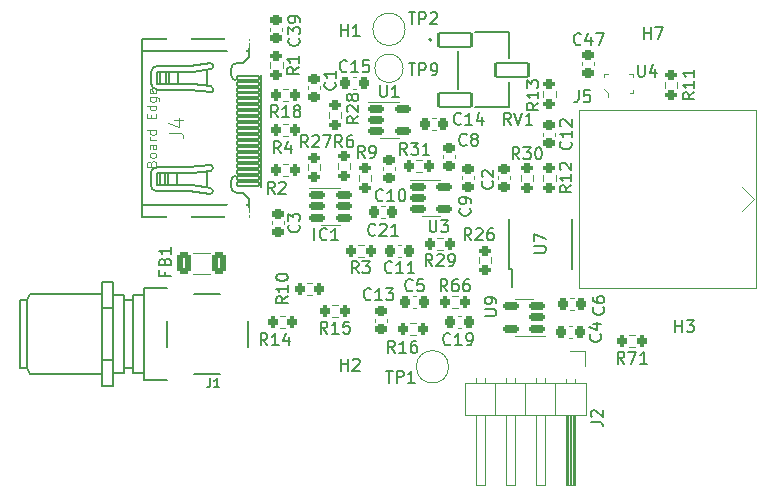
<source format=gbr>
%TF.GenerationSoftware,KiCad,Pcbnew,(6.0.11)*%
%TF.CreationDate,2024-01-26T14:49:32-06:00*%
%TF.ProjectId,voltage_sense,766f6c74-6167-4655-9f73-656e73652e6b,rev?*%
%TF.SameCoordinates,Original*%
%TF.FileFunction,Legend,Top*%
%TF.FilePolarity,Positive*%
%FSLAX46Y46*%
G04 Gerber Fmt 4.6, Leading zero omitted, Abs format (unit mm)*
G04 Created by KiCad (PCBNEW (6.0.11)) date 2024-01-26 14:49:32*
%MOMM*%
%LPD*%
G01*
G04 APERTURE LIST*
G04 Aperture macros list*
%AMRoundRect*
0 Rectangle with rounded corners*
0 $1 Rounding radius*
0 $2 $3 $4 $5 $6 $7 $8 $9 X,Y pos of 4 corners*
0 Add a 4 corners polygon primitive as box body*
4,1,4,$2,$3,$4,$5,$6,$7,$8,$9,$2,$3,0*
0 Add four circle primitives for the rounded corners*
1,1,$1+$1,$2,$3*
1,1,$1+$1,$4,$5*
1,1,$1+$1,$6,$7*
1,1,$1+$1,$8,$9*
0 Add four rect primitives between the rounded corners*
20,1,$1+$1,$2,$3,$4,$5,0*
20,1,$1+$1,$4,$5,$6,$7,0*
20,1,$1+$1,$6,$7,$8,$9,0*
20,1,$1+$1,$8,$9,$2,$3,0*%
G04 Aperture macros list end*
%ADD10C,0.150000*%
%ADD11C,0.096520*%
%ADD12C,0.100000*%
%ADD13C,0.146710*%
%ADD14C,0.152400*%
%ADD15C,0.120000*%
%ADD16C,0.127000*%
%ADD17C,0.200000*%
%ADD18C,0.203200*%
%ADD19R,0.558800X1.981200*%
%ADD20RoundRect,0.150000X-0.512500X-0.150000X0.512500X-0.150000X0.512500X0.150000X-0.512500X0.150000X0*%
%ADD21RoundRect,0.200000X0.200000X0.275000X-0.200000X0.275000X-0.200000X-0.275000X0.200000X-0.275000X0*%
%ADD22R,1.700000X1.700000*%
%ADD23O,1.700000X1.700000*%
%ADD24RoundRect,0.200000X0.275000X-0.200000X0.275000X0.200000X-0.275000X0.200000X-0.275000X-0.200000X0*%
%ADD25RoundRect,0.225000X-0.225000X-0.250000X0.225000X-0.250000X0.225000X0.250000X-0.225000X0.250000X0*%
%ADD26RoundRect,0.150000X0.512500X0.150000X-0.512500X0.150000X-0.512500X-0.150000X0.512500X-0.150000X0*%
%ADD27RoundRect,0.225000X-0.250000X0.225000X-0.250000X-0.225000X0.250000X-0.225000X0.250000X0.225000X0*%
%ADD28C,2.020000*%
%ADD29RoundRect,0.200000X-0.200000X-0.275000X0.200000X-0.275000X0.200000X0.275000X-0.200000X0.275000X0*%
%ADD30R,0.420000X0.600000*%
%ADD31RoundRect,0.200000X-0.275000X0.200000X-0.275000X-0.200000X0.275000X-0.200000X0.275000X0.200000X0*%
%ADD32RoundRect,0.225000X0.225000X0.250000X-0.225000X0.250000X-0.225000X-0.250000X0.225000X-0.250000X0*%
%ADD33C,2.000000*%
%ADD34C,2.200000*%
%ADD35O,2.500000X1.600000*%
%ADD36O,7.000000X3.500000*%
%ADD37RoundRect,0.101600X-0.950000X0.150000X-0.950000X-0.150000X0.950000X-0.150000X0.950000X0.150000X0*%
%ADD38RoundRect,0.100000X-0.950000X0.150000X-0.950000X-0.150000X0.950000X-0.150000X0.950000X0.150000X0*%
%ADD39C,2.153200*%
%ADD40C,4.400000*%
%ADD41RoundRect,0.250000X-0.325000X-0.650000X0.325000X-0.650000X0.325000X0.650000X-0.325000X0.650000X0*%
%ADD42RoundRect,0.102000X-1.395000X-0.595000X1.395000X-0.595000X1.395000X0.595000X-1.395000X0.595000X0*%
%ADD43RoundRect,0.225000X0.250000X-0.225000X0.250000X0.225000X-0.250000X0.225000X-0.250000X-0.225000X0*%
%ADD44C,2.108200*%
%ADD45C,2.870200*%
G04 APERTURE END LIST*
D10*
%TO.C,U7*%
X32485080Y12776295D02*
X33294604Y12776295D01*
X33389842Y12823914D01*
X33437461Y12871533D01*
X33485080Y12966771D01*
X33485080Y13157247D01*
X33437461Y13252485D01*
X33389842Y13300104D01*
X33294604Y13347723D01*
X32485080Y13347723D01*
X32485080Y13728676D02*
X32485080Y14395342D01*
X33485080Y13966771D01*
%TO.C,U3*%
X23625795Y15532919D02*
X23625795Y14723395D01*
X23673414Y14628157D01*
X23721033Y14580538D01*
X23816271Y14532919D01*
X24006747Y14532919D01*
X24101985Y14580538D01*
X24149604Y14628157D01*
X24197223Y14723395D01*
X24197223Y15532919D01*
X24578176Y15532919D02*
X25197223Y15532919D01*
X24863890Y15151966D01*
X25006747Y15151966D01*
X25101985Y15104347D01*
X25149604Y15056728D01*
X25197223Y14961490D01*
X25197223Y14723395D01*
X25149604Y14628157D01*
X25101985Y14580538D01*
X25006747Y14532919D01*
X24721033Y14532919D01*
X24625795Y14580538D01*
X24578176Y14628157D01*
%TO.C,R10*%
X11628380Y9072642D02*
X11152190Y8739309D01*
X11628380Y8501214D02*
X10628380Y8501214D01*
X10628380Y8882166D01*
X10676000Y8977404D01*
X10723619Y9025023D01*
X10818857Y9072642D01*
X10961714Y9072642D01*
X11056952Y9025023D01*
X11104571Y8977404D01*
X11152190Y8882166D01*
X11152190Y8501214D01*
X11628380Y10025023D02*
X11628380Y9453595D01*
X11628380Y9739309D02*
X10628380Y9739309D01*
X10771238Y9644071D01*
X10866476Y9548833D01*
X10914095Y9453595D01*
X10628380Y10644071D02*
X10628380Y10739309D01*
X10676000Y10834547D01*
X10723619Y10882166D01*
X10818857Y10929785D01*
X11009333Y10977404D01*
X11247428Y10977404D01*
X11437904Y10929785D01*
X11533142Y10882166D01*
X11580761Y10834547D01*
X11628380Y10739309D01*
X11628380Y10644071D01*
X11580761Y10548833D01*
X11533142Y10501214D01*
X11437904Y10453595D01*
X11247428Y10405976D01*
X11009333Y10405976D01*
X10818857Y10453595D01*
X10723619Y10501214D01*
X10676000Y10548833D01*
X10628380Y10644071D01*
%TO.C,J2*%
X37272380Y-1549833D02*
X37986666Y-1549833D01*
X38129523Y-1597452D01*
X38224761Y-1692690D01*
X38272380Y-1835547D01*
X38272380Y-1930785D01*
X37367619Y-1121261D02*
X37320000Y-1073642D01*
X37272380Y-978404D01*
X37272380Y-740309D01*
X37320000Y-645071D01*
X37367619Y-597452D01*
X37462857Y-549833D01*
X37558095Y-549833D01*
X37700952Y-597452D01*
X38272380Y-1168880D01*
X38272380Y-549833D01*
%TO.C,R13*%
X32837380Y25455642D02*
X32361190Y25122309D01*
X32837380Y24884214D02*
X31837380Y24884214D01*
X31837380Y25265166D01*
X31885000Y25360404D01*
X31932619Y25408023D01*
X32027857Y25455642D01*
X32170714Y25455642D01*
X32265952Y25408023D01*
X32313571Y25360404D01*
X32361190Y25265166D01*
X32361190Y24884214D01*
X32837380Y26408023D02*
X32837380Y25836595D01*
X32837380Y26122309D02*
X31837380Y26122309D01*
X31980238Y26027071D01*
X32075476Y25931833D01*
X32123095Y25836595D01*
X31837380Y26741357D02*
X31837380Y27360404D01*
X32218333Y27027071D01*
X32218333Y27169928D01*
X32265952Y27265166D01*
X32313571Y27312785D01*
X32408809Y27360404D01*
X32646904Y27360404D01*
X32742142Y27312785D01*
X32789761Y27265166D01*
X32837380Y27169928D01*
X32837380Y26884214D01*
X32789761Y26788976D01*
X32742142Y26741357D01*
%TO.C,C6*%
X38330142Y8151833D02*
X38377761Y8104214D01*
X38425380Y7961357D01*
X38425380Y7866119D01*
X38377761Y7723261D01*
X38282523Y7628023D01*
X38187285Y7580404D01*
X37996809Y7532785D01*
X37853952Y7532785D01*
X37663476Y7580404D01*
X37568238Y7628023D01*
X37473000Y7723261D01*
X37425380Y7866119D01*
X37425380Y7961357D01*
X37473000Y8104214D01*
X37520619Y8151833D01*
X37425380Y9008976D02*
X37425380Y8818500D01*
X37473000Y8723261D01*
X37520619Y8675642D01*
X37663476Y8580404D01*
X37853952Y8532785D01*
X38234904Y8532785D01*
X38330142Y8580404D01*
X38377761Y8628023D01*
X38425380Y8723261D01*
X38425380Y8913738D01*
X38377761Y9008976D01*
X38330142Y9056595D01*
X38234904Y9104214D01*
X37996809Y9104214D01*
X37901571Y9056595D01*
X37853952Y9008976D01*
X37806333Y8913738D01*
X37806333Y8723261D01*
X37853952Y8628023D01*
X37901571Y8580404D01*
X37996809Y8532785D01*
%TO.C,U9*%
X28281380Y7429595D02*
X29090904Y7429595D01*
X29186142Y7477214D01*
X29233761Y7524833D01*
X29281380Y7620071D01*
X29281380Y7810547D01*
X29233761Y7905785D01*
X29186142Y7953404D01*
X29090904Y8001023D01*
X28281380Y8001023D01*
X29281380Y8524833D02*
X29281380Y8715309D01*
X29233761Y8810547D01*
X29186142Y8858166D01*
X29043285Y8953404D01*
X28852809Y9001023D01*
X28471857Y9001023D01*
X28376619Y8953404D01*
X28329000Y8905785D01*
X28281380Y8810547D01*
X28281380Y8620071D01*
X28329000Y8524833D01*
X28376619Y8477214D01*
X28471857Y8429595D01*
X28709952Y8429595D01*
X28805190Y8477214D01*
X28852809Y8524833D01*
X28900428Y8620071D01*
X28900428Y8810547D01*
X28852809Y8905785D01*
X28805190Y8953404D01*
X28709952Y9001023D01*
%TO.C,C2*%
X28932142Y18819833D02*
X28979761Y18772214D01*
X29027380Y18629357D01*
X29027380Y18534119D01*
X28979761Y18391261D01*
X28884523Y18296023D01*
X28789285Y18248404D01*
X28598809Y18200785D01*
X28455952Y18200785D01*
X28265476Y18248404D01*
X28170238Y18296023D01*
X28075000Y18391261D01*
X28027380Y18534119D01*
X28027380Y18629357D01*
X28075000Y18772214D01*
X28122619Y18819833D01*
X28122619Y19200785D02*
X28075000Y19248404D01*
X28027380Y19343642D01*
X28027380Y19581738D01*
X28075000Y19676976D01*
X28122619Y19724595D01*
X28217857Y19772214D01*
X28313095Y19772214D01*
X28455952Y19724595D01*
X29027380Y19153166D01*
X29027380Y19772214D01*
%TO.C,TP1*%
X19947095Y2770119D02*
X20518523Y2770119D01*
X20232809Y1770119D02*
X20232809Y2770119D01*
X20851857Y1770119D02*
X20851857Y2770119D01*
X21232809Y2770119D01*
X21328047Y2722500D01*
X21375666Y2674880D01*
X21423285Y2579642D01*
X21423285Y2436785D01*
X21375666Y2341547D01*
X21328047Y2293928D01*
X21232809Y2246309D01*
X20851857Y2246309D01*
X22375666Y1770119D02*
X21804238Y1770119D01*
X22089952Y1770119D02*
X22089952Y2770119D01*
X21994714Y2627261D01*
X21899476Y2532023D01*
X21804238Y2484404D01*
%TO.C,R4*%
X11009333Y21201119D02*
X10676000Y21677309D01*
X10437904Y21201119D02*
X10437904Y22201119D01*
X10818857Y22201119D01*
X10914095Y22153500D01*
X10961714Y22105880D01*
X11009333Y22010642D01*
X11009333Y21867785D01*
X10961714Y21772547D01*
X10914095Y21724928D01*
X10818857Y21677309D01*
X10437904Y21677309D01*
X11866476Y21867785D02*
X11866476Y21201119D01*
X11628380Y22248738D02*
X11390285Y21534452D01*
X12009333Y21534452D01*
%TO.C,R6*%
X16216333Y21709119D02*
X15883000Y22185309D01*
X15644904Y21709119D02*
X15644904Y22709119D01*
X16025857Y22709119D01*
X16121095Y22661500D01*
X16168714Y22613880D01*
X16216333Y22518642D01*
X16216333Y22375785D01*
X16168714Y22280547D01*
X16121095Y22232928D01*
X16025857Y22185309D01*
X15644904Y22185309D01*
X17073476Y22709119D02*
X16883000Y22709119D01*
X16787761Y22661500D01*
X16740142Y22613880D01*
X16644904Y22471023D01*
X16597285Y22280547D01*
X16597285Y21899595D01*
X16644904Y21804357D01*
X16692523Y21756738D01*
X16787761Y21709119D01*
X16978238Y21709119D01*
X17073476Y21756738D01*
X17121095Y21804357D01*
X17168714Y21899595D01*
X17168714Y22137690D01*
X17121095Y22232928D01*
X17073476Y22280547D01*
X16978238Y22328166D01*
X16787761Y22328166D01*
X16692523Y22280547D01*
X16644904Y22232928D01*
X16597285Y22137690D01*
%TO.C,C39*%
X12549142Y30916642D02*
X12596761Y30869023D01*
X12644380Y30726166D01*
X12644380Y30630928D01*
X12596761Y30488071D01*
X12501523Y30392833D01*
X12406285Y30345214D01*
X12215809Y30297595D01*
X12072952Y30297595D01*
X11882476Y30345214D01*
X11787238Y30392833D01*
X11692000Y30488071D01*
X11644380Y30630928D01*
X11644380Y30726166D01*
X11692000Y30869023D01*
X11739619Y30916642D01*
X11644380Y31249976D02*
X11644380Y31869023D01*
X12025333Y31535690D01*
X12025333Y31678547D01*
X12072952Y31773785D01*
X12120571Y31821404D01*
X12215809Y31869023D01*
X12453904Y31869023D01*
X12549142Y31821404D01*
X12596761Y31773785D01*
X12644380Y31678547D01*
X12644380Y31392833D01*
X12596761Y31297595D01*
X12549142Y31249976D01*
X12644380Y32345214D02*
X12644380Y32535690D01*
X12596761Y32630928D01*
X12549142Y32678547D01*
X12406285Y32773785D01*
X12215809Y32821404D01*
X11834857Y32821404D01*
X11739619Y32773785D01*
X11692000Y32726166D01*
X11644380Y32630928D01*
X11644380Y32440452D01*
X11692000Y32345214D01*
X11739619Y32297595D01*
X11834857Y32249976D01*
X12072952Y32249976D01*
X12168190Y32297595D01*
X12215809Y32345214D01*
X12263428Y32440452D01*
X12263428Y32630928D01*
X12215809Y32726166D01*
X12168190Y32773785D01*
X12072952Y32821404D01*
%TO.C,C8*%
X26757333Y21931357D02*
X26709714Y21883738D01*
X26566857Y21836119D01*
X26471619Y21836119D01*
X26328761Y21883738D01*
X26233523Y21978976D01*
X26185904Y22074214D01*
X26138285Y22264690D01*
X26138285Y22407547D01*
X26185904Y22598023D01*
X26233523Y22693261D01*
X26328761Y22788500D01*
X26471619Y22836119D01*
X26566857Y22836119D01*
X26709714Y22788500D01*
X26757333Y22740880D01*
X27328761Y22407547D02*
X27233523Y22455166D01*
X27185904Y22502785D01*
X27138285Y22598023D01*
X27138285Y22645642D01*
X27185904Y22740880D01*
X27233523Y22788500D01*
X27328761Y22836119D01*
X27519238Y22836119D01*
X27614476Y22788500D01*
X27662095Y22740880D01*
X27709714Y22645642D01*
X27709714Y22598023D01*
X27662095Y22502785D01*
X27614476Y22455166D01*
X27519238Y22407547D01*
X27328761Y22407547D01*
X27233523Y22359928D01*
X27185904Y22312309D01*
X27138285Y22217071D01*
X27138285Y22026595D01*
X27185904Y21931357D01*
X27233523Y21883738D01*
X27328761Y21836119D01*
X27519238Y21836119D01*
X27614476Y21883738D01*
X27662095Y21931357D01*
X27709714Y22026595D01*
X27709714Y22217071D01*
X27662095Y22312309D01*
X27614476Y22359928D01*
X27519238Y22407547D01*
%TO.C,R66*%
X25138142Y9517119D02*
X24804809Y9993309D01*
X24566714Y9517119D02*
X24566714Y10517119D01*
X24947666Y10517119D01*
X25042904Y10469500D01*
X25090523Y10421880D01*
X25138142Y10326642D01*
X25138142Y10183785D01*
X25090523Y10088547D01*
X25042904Y10040928D01*
X24947666Y9993309D01*
X24566714Y9993309D01*
X25995285Y10517119D02*
X25804809Y10517119D01*
X25709571Y10469500D01*
X25661952Y10421880D01*
X25566714Y10279023D01*
X25519095Y10088547D01*
X25519095Y9707595D01*
X25566714Y9612357D01*
X25614333Y9564738D01*
X25709571Y9517119D01*
X25900047Y9517119D01*
X25995285Y9564738D01*
X26042904Y9612357D01*
X26090523Y9707595D01*
X26090523Y9945690D01*
X26042904Y10040928D01*
X25995285Y10088547D01*
X25900047Y10136166D01*
X25709571Y10136166D01*
X25614333Y10088547D01*
X25566714Y10040928D01*
X25519095Y9945690D01*
X26947666Y10517119D02*
X26757190Y10517119D01*
X26661952Y10469500D01*
X26614333Y10421880D01*
X26519095Y10279023D01*
X26471476Y10088547D01*
X26471476Y9707595D01*
X26519095Y9612357D01*
X26566714Y9564738D01*
X26661952Y9517119D01*
X26852428Y9517119D01*
X26947666Y9564738D01*
X26995285Y9612357D01*
X27042904Y9707595D01*
X27042904Y9945690D01*
X26995285Y10040928D01*
X26947666Y10088547D01*
X26852428Y10136166D01*
X26661952Y10136166D01*
X26566714Y10088547D01*
X26519095Y10040928D01*
X26471476Y9945690D01*
%TO.C,R71*%
X40124142Y3388119D02*
X39790809Y3864309D01*
X39552714Y3388119D02*
X39552714Y4388119D01*
X39933666Y4388119D01*
X40028904Y4340500D01*
X40076523Y4292880D01*
X40124142Y4197642D01*
X40124142Y4054785D01*
X40076523Y3959547D01*
X40028904Y3911928D01*
X39933666Y3864309D01*
X39552714Y3864309D01*
X40457476Y4388119D02*
X41124142Y4388119D01*
X40695571Y3388119D01*
X42028904Y3388119D02*
X41457476Y3388119D01*
X41743190Y3388119D02*
X41743190Y4388119D01*
X41647952Y4245261D01*
X41552714Y4150023D01*
X41457476Y4102404D01*
%TO.C,R28*%
X17597380Y24312642D02*
X17121190Y23979309D01*
X17597380Y23741214D02*
X16597380Y23741214D01*
X16597380Y24122166D01*
X16645000Y24217404D01*
X16692619Y24265023D01*
X16787857Y24312642D01*
X16930714Y24312642D01*
X17025952Y24265023D01*
X17073571Y24217404D01*
X17121190Y24122166D01*
X17121190Y23741214D01*
X16692619Y24693595D02*
X16645000Y24741214D01*
X16597380Y24836452D01*
X16597380Y25074547D01*
X16645000Y25169785D01*
X16692619Y25217404D01*
X16787857Y25265023D01*
X16883095Y25265023D01*
X17025952Y25217404D01*
X17597380Y24645976D01*
X17597380Y25265023D01*
X17025952Y25836452D02*
X16978333Y25741214D01*
X16930714Y25693595D01*
X16835476Y25645976D01*
X16787857Y25645976D01*
X16692619Y25693595D01*
X16645000Y25741214D01*
X16597380Y25836452D01*
X16597380Y26026928D01*
X16645000Y26122166D01*
X16692619Y26169785D01*
X16787857Y26217404D01*
X16835476Y26217404D01*
X16930714Y26169785D01*
X16978333Y26122166D01*
X17025952Y26026928D01*
X17025952Y25836452D01*
X17073571Y25741214D01*
X17121190Y25693595D01*
X17216428Y25645976D01*
X17406904Y25645976D01*
X17502142Y25693595D01*
X17549761Y25741214D01*
X17597380Y25836452D01*
X17597380Y26026928D01*
X17549761Y26122166D01*
X17502142Y26169785D01*
X17406904Y26217404D01*
X17216428Y26217404D01*
X17121190Y26169785D01*
X17073571Y26122166D01*
X17025952Y26026928D01*
%TO.C,R16*%
X20693142Y4310119D02*
X20359809Y4786309D01*
X20121714Y4310119D02*
X20121714Y5310119D01*
X20502666Y5310119D01*
X20597904Y5262500D01*
X20645523Y5214880D01*
X20693142Y5119642D01*
X20693142Y4976785D01*
X20645523Y4881547D01*
X20597904Y4833928D01*
X20502666Y4786309D01*
X20121714Y4786309D01*
X21645523Y4310119D02*
X21074095Y4310119D01*
X21359809Y4310119D02*
X21359809Y5310119D01*
X21264571Y5167261D01*
X21169333Y5072023D01*
X21074095Y5024404D01*
X22502666Y5310119D02*
X22312190Y5310119D01*
X22216952Y5262500D01*
X22169333Y5214880D01*
X22074095Y5072023D01*
X22026476Y4881547D01*
X22026476Y4500595D01*
X22074095Y4405357D01*
X22121714Y4357738D01*
X22216952Y4310119D01*
X22407428Y4310119D01*
X22502666Y4357738D01*
X22550285Y4405357D01*
X22597904Y4500595D01*
X22597904Y4738690D01*
X22550285Y4833928D01*
X22502666Y4881547D01*
X22407428Y4929166D01*
X22216952Y4929166D01*
X22121714Y4881547D01*
X22074095Y4833928D01*
X22026476Y4738690D01*
%TO.C,R15*%
X14978142Y5928119D02*
X14644809Y6404309D01*
X14406714Y5928119D02*
X14406714Y6928119D01*
X14787666Y6928119D01*
X14882904Y6880500D01*
X14930523Y6832880D01*
X14978142Y6737642D01*
X14978142Y6594785D01*
X14930523Y6499547D01*
X14882904Y6451928D01*
X14787666Y6404309D01*
X14406714Y6404309D01*
X15930523Y5928119D02*
X15359095Y5928119D01*
X15644809Y5928119D02*
X15644809Y6928119D01*
X15549571Y6785261D01*
X15454333Y6690023D01*
X15359095Y6642404D01*
X16835285Y6928119D02*
X16359095Y6928119D01*
X16311476Y6451928D01*
X16359095Y6499547D01*
X16454333Y6547166D01*
X16692428Y6547166D01*
X16787666Y6499547D01*
X16835285Y6451928D01*
X16882904Y6356690D01*
X16882904Y6118595D01*
X16835285Y6023357D01*
X16787666Y5975738D01*
X16692428Y5928119D01*
X16454333Y5928119D01*
X16359095Y5975738D01*
X16311476Y6023357D01*
%TO.C,U4*%
X41275095Y28678119D02*
X41275095Y27868595D01*
X41322714Y27773357D01*
X41370333Y27725738D01*
X41465571Y27678119D01*
X41656047Y27678119D01*
X41751285Y27725738D01*
X41798904Y27773357D01*
X41846523Y27868595D01*
X41846523Y28678119D01*
X42751285Y28344785D02*
X42751285Y27678119D01*
X42513190Y28725738D02*
X42275095Y28011452D01*
X42894142Y28011452D01*
%TO.C,IC1*%
X13882809Y13835119D02*
X13882809Y14835119D01*
X14930428Y13930357D02*
X14882809Y13882738D01*
X14739952Y13835119D01*
X14644714Y13835119D01*
X14501857Y13882738D01*
X14406619Y13977976D01*
X14359000Y14073214D01*
X14311380Y14263690D01*
X14311380Y14406547D01*
X14359000Y14597023D01*
X14406619Y14692261D01*
X14501857Y14787500D01*
X14644714Y14835119D01*
X14739952Y14835119D01*
X14882809Y14787500D01*
X14930428Y14739880D01*
X15882809Y13835119D02*
X15311380Y13835119D01*
X15597095Y13835119D02*
X15597095Y14835119D01*
X15501857Y14692261D01*
X15406619Y14597023D01*
X15311380Y14549404D01*
%TO.C,R27*%
X13327142Y21709119D02*
X12993809Y22185309D01*
X12755714Y21709119D02*
X12755714Y22709119D01*
X13136666Y22709119D01*
X13231904Y22661500D01*
X13279523Y22613880D01*
X13327142Y22518642D01*
X13327142Y22375785D01*
X13279523Y22280547D01*
X13231904Y22232928D01*
X13136666Y22185309D01*
X12755714Y22185309D01*
X13708095Y22613880D02*
X13755714Y22661500D01*
X13850952Y22709119D01*
X14089047Y22709119D01*
X14184285Y22661500D01*
X14231904Y22613880D01*
X14279523Y22518642D01*
X14279523Y22423404D01*
X14231904Y22280547D01*
X13660476Y21709119D01*
X14279523Y21709119D01*
X14612857Y22709119D02*
X15279523Y22709119D01*
X14850952Y21709119D01*
%TO.C,C11*%
X20439142Y11136357D02*
X20391523Y11088738D01*
X20248666Y11041119D01*
X20153428Y11041119D01*
X20010571Y11088738D01*
X19915333Y11183976D01*
X19867714Y11279214D01*
X19820095Y11469690D01*
X19820095Y11612547D01*
X19867714Y11803023D01*
X19915333Y11898261D01*
X20010571Y11993500D01*
X20153428Y12041119D01*
X20248666Y12041119D01*
X20391523Y11993500D01*
X20439142Y11945880D01*
X21391523Y11041119D02*
X20820095Y11041119D01*
X21105809Y11041119D02*
X21105809Y12041119D01*
X21010571Y11898261D01*
X20915333Y11803023D01*
X20820095Y11755404D01*
X22343904Y11041119D02*
X21772476Y11041119D01*
X22058190Y11041119D02*
X22058190Y12041119D01*
X21962952Y11898261D01*
X21867714Y11803023D01*
X21772476Y11755404D01*
%TO.C,R31*%
X21709142Y21074119D02*
X21375809Y21550309D01*
X21137714Y21074119D02*
X21137714Y22074119D01*
X21518666Y22074119D01*
X21613904Y22026500D01*
X21661523Y21978880D01*
X21709142Y21883642D01*
X21709142Y21740785D01*
X21661523Y21645547D01*
X21613904Y21597928D01*
X21518666Y21550309D01*
X21137714Y21550309D01*
X22042476Y22074119D02*
X22661523Y22074119D01*
X22328190Y21693166D01*
X22471047Y21693166D01*
X22566285Y21645547D01*
X22613904Y21597928D01*
X22661523Y21502690D01*
X22661523Y21264595D01*
X22613904Y21169357D01*
X22566285Y21121738D01*
X22471047Y21074119D01*
X22185333Y21074119D01*
X22090095Y21121738D01*
X22042476Y21169357D01*
X23613904Y21074119D02*
X23042476Y21074119D01*
X23328190Y21074119D02*
X23328190Y22074119D01*
X23232952Y21931261D01*
X23137714Y21836023D01*
X23042476Y21788404D01*
%TO.C,R3*%
X17613333Y11041119D02*
X17280000Y11517309D01*
X17041904Y11041119D02*
X17041904Y12041119D01*
X17422857Y12041119D01*
X17518095Y11993500D01*
X17565714Y11945880D01*
X17613333Y11850642D01*
X17613333Y11707785D01*
X17565714Y11612547D01*
X17518095Y11564928D01*
X17422857Y11517309D01*
X17041904Y11517309D01*
X17946666Y12041119D02*
X18565714Y12041119D01*
X18232380Y11660166D01*
X18375238Y11660166D01*
X18470476Y11612547D01*
X18518095Y11564928D01*
X18565714Y11469690D01*
X18565714Y11231595D01*
X18518095Y11136357D01*
X18470476Y11088738D01*
X18375238Y11041119D01*
X18089523Y11041119D01*
X17994285Y11088738D01*
X17946666Y11136357D01*
%TO.C,TP9*%
X21852095Y28805119D02*
X22423523Y28805119D01*
X22137809Y27805119D02*
X22137809Y28805119D01*
X22756857Y27805119D02*
X22756857Y28805119D01*
X23137809Y28805119D01*
X23233047Y28757500D01*
X23280666Y28709880D01*
X23328285Y28614642D01*
X23328285Y28471785D01*
X23280666Y28376547D01*
X23233047Y28328928D01*
X23137809Y28281309D01*
X22756857Y28281309D01*
X23804476Y27805119D02*
X23994952Y27805119D01*
X24090190Y27852738D01*
X24137809Y27900357D01*
X24233047Y28043214D01*
X24280666Y28233690D01*
X24280666Y28614642D01*
X24233047Y28709880D01*
X24185428Y28757500D01*
X24090190Y28805119D01*
X23899714Y28805119D01*
X23804476Y28757500D01*
X23756857Y28709880D01*
X23709238Y28614642D01*
X23709238Y28376547D01*
X23756857Y28281309D01*
X23804476Y28233690D01*
X23899714Y28186071D01*
X24090190Y28186071D01*
X24185428Y28233690D01*
X24233047Y28281309D01*
X24280666Y28376547D01*
%TO.C,H7*%
X41783095Y30853119D02*
X41783095Y31853119D01*
X41783095Y31376928D02*
X42354523Y31376928D01*
X42354523Y30853119D02*
X42354523Y31853119D01*
X42735476Y31853119D02*
X43402142Y31853119D01*
X42973571Y30853119D01*
%TO.C,R14*%
X9898142Y4945119D02*
X9564809Y5421309D01*
X9326714Y4945119D02*
X9326714Y5945119D01*
X9707666Y5945119D01*
X9802904Y5897500D01*
X9850523Y5849880D01*
X9898142Y5754642D01*
X9898142Y5611785D01*
X9850523Y5516547D01*
X9802904Y5468928D01*
X9707666Y5421309D01*
X9326714Y5421309D01*
X10850523Y4945119D02*
X10279095Y4945119D01*
X10564809Y4945119D02*
X10564809Y5945119D01*
X10469571Y5802261D01*
X10374333Y5707023D01*
X10279095Y5659404D01*
X11707666Y5611785D02*
X11707666Y4945119D01*
X11469571Y5992738D02*
X11231476Y5278452D01*
X11850523Y5278452D01*
%TO.C,R11*%
X46045380Y26344642D02*
X45569190Y26011309D01*
X46045380Y25773214D02*
X45045380Y25773214D01*
X45045380Y26154166D01*
X45093000Y26249404D01*
X45140619Y26297023D01*
X45235857Y26344642D01*
X45378714Y26344642D01*
X45473952Y26297023D01*
X45521571Y26249404D01*
X45569190Y26154166D01*
X45569190Y25773214D01*
X46045380Y27297023D02*
X46045380Y26725595D01*
X46045380Y27011309D02*
X45045380Y27011309D01*
X45188238Y26916071D01*
X45283476Y26820833D01*
X45331095Y26725595D01*
X46045380Y28249404D02*
X46045380Y27677976D01*
X46045380Y27963690D02*
X45045380Y27963690D01*
X45188238Y27868452D01*
X45283476Y27773214D01*
X45331095Y27677976D01*
%TO.C,R26*%
X27170142Y13835119D02*
X26836809Y14311309D01*
X26598714Y13835119D02*
X26598714Y14835119D01*
X26979666Y14835119D01*
X27074904Y14787500D01*
X27122523Y14739880D01*
X27170142Y14644642D01*
X27170142Y14501785D01*
X27122523Y14406547D01*
X27074904Y14358928D01*
X26979666Y14311309D01*
X26598714Y14311309D01*
X27551095Y14739880D02*
X27598714Y14787500D01*
X27693952Y14835119D01*
X27932047Y14835119D01*
X28027285Y14787500D01*
X28074904Y14739880D01*
X28122523Y14644642D01*
X28122523Y14549404D01*
X28074904Y14406547D01*
X27503476Y13835119D01*
X28122523Y13835119D01*
X28979666Y14835119D02*
X28789190Y14835119D01*
X28693952Y14787500D01*
X28646333Y14739880D01*
X28551095Y14597023D01*
X28503476Y14406547D01*
X28503476Y14025595D01*
X28551095Y13930357D01*
X28598714Y13882738D01*
X28693952Y13835119D01*
X28884428Y13835119D01*
X28979666Y13882738D01*
X29027285Y13930357D01*
X29074904Y14025595D01*
X29074904Y14263690D01*
X29027285Y14358928D01*
X28979666Y14406547D01*
X28884428Y14454166D01*
X28693952Y14454166D01*
X28598714Y14406547D01*
X28551095Y14358928D01*
X28503476Y14263690D01*
%TO.C,J5*%
X36242666Y26519119D02*
X36242666Y25804833D01*
X36195047Y25661976D01*
X36099809Y25566738D01*
X35956952Y25519119D01*
X35861714Y25519119D01*
X37195047Y26519119D02*
X36718857Y26519119D01*
X36671238Y26042928D01*
X36718857Y26090547D01*
X36814095Y26138166D01*
X37052190Y26138166D01*
X37147428Y26090547D01*
X37195047Y26042928D01*
X37242666Y25947690D01*
X37242666Y25709595D01*
X37195047Y25614357D01*
X37147428Y25566738D01*
X37052190Y25519119D01*
X36814095Y25519119D01*
X36718857Y25566738D01*
X36671238Y25614357D01*
D11*
%TO.C,J4*%
X1577297Y22933333D02*
X2439083Y22933333D01*
X2611440Y22875880D01*
X2726345Y22760976D01*
X2783797Y22588619D01*
X2783797Y22473714D01*
X1979464Y24024928D02*
X2783797Y24024928D01*
X1519845Y23737666D02*
X2381630Y23450404D01*
X2381630Y24197285D01*
D12*
X60857Y20325976D02*
X98952Y20440261D01*
X137047Y20478357D01*
X213238Y20516452D01*
X327523Y20516452D01*
X403714Y20478357D01*
X441809Y20440261D01*
X479904Y20364071D01*
X479904Y20059309D01*
X-320095Y20059309D01*
X-320095Y20325976D01*
X-282000Y20402166D01*
X-243904Y20440261D01*
X-167714Y20478357D01*
X-91523Y20478357D01*
X-15333Y20440261D01*
X22761Y20402166D01*
X60857Y20325976D01*
X60857Y20059309D01*
X479904Y20973595D02*
X441809Y20897404D01*
X403714Y20859309D01*
X327523Y20821214D01*
X98952Y20821214D01*
X22761Y20859309D01*
X-15333Y20897404D01*
X-53428Y20973595D01*
X-53428Y21087880D01*
X-15333Y21164071D01*
X22761Y21202166D01*
X98952Y21240261D01*
X327523Y21240261D01*
X403714Y21202166D01*
X441809Y21164071D01*
X479904Y21087880D01*
X479904Y20973595D01*
X479904Y21925976D02*
X60857Y21925976D01*
X-15333Y21887880D01*
X-53428Y21811690D01*
X-53428Y21659309D01*
X-15333Y21583119D01*
X441809Y21925976D02*
X479904Y21849785D01*
X479904Y21659309D01*
X441809Y21583119D01*
X365619Y21545023D01*
X289428Y21545023D01*
X213238Y21583119D01*
X175142Y21659309D01*
X175142Y21849785D01*
X137047Y21925976D01*
X479904Y22306928D02*
X-53428Y22306928D01*
X98952Y22306928D02*
X22761Y22345023D01*
X-15333Y22383119D01*
X-53428Y22459309D01*
X-53428Y22535500D01*
X479904Y23145023D02*
X-320095Y23145023D01*
X441809Y23145023D02*
X479904Y23068833D01*
X479904Y22916452D01*
X441809Y22840261D01*
X403714Y22802166D01*
X327523Y22764071D01*
X98952Y22764071D01*
X22761Y22802166D01*
X-15333Y22840261D01*
X-53428Y22916452D01*
X-53428Y23068833D01*
X-15333Y23145023D01*
X60857Y24135500D02*
X60857Y24402166D01*
X479904Y24516452D02*
X479904Y24135500D01*
X-320095Y24135500D01*
X-320095Y24516452D01*
X479904Y25202166D02*
X-320095Y25202166D01*
X441809Y25202166D02*
X479904Y25125976D01*
X479904Y24973595D01*
X441809Y24897404D01*
X403714Y24859309D01*
X327523Y24821214D01*
X98952Y24821214D01*
X22761Y24859309D01*
X-15333Y24897404D01*
X-53428Y24973595D01*
X-53428Y25125976D01*
X-15333Y25202166D01*
X-53428Y25925976D02*
X594190Y25925976D01*
X670380Y25887880D01*
X708476Y25849785D01*
X746571Y25773595D01*
X746571Y25659309D01*
X708476Y25583119D01*
X441809Y25925976D02*
X479904Y25849785D01*
X479904Y25697404D01*
X441809Y25621214D01*
X403714Y25583119D01*
X327523Y25545023D01*
X98952Y25545023D01*
X22761Y25583119D01*
X-15333Y25621214D01*
X-53428Y25697404D01*
X-53428Y25849785D01*
X-15333Y25925976D01*
X441809Y26611690D02*
X479904Y26535500D01*
X479904Y26383119D01*
X441809Y26306928D01*
X365619Y26268833D01*
X60857Y26268833D01*
X-15333Y26306928D01*
X-53428Y26383119D01*
X-53428Y26535500D01*
X-15333Y26611690D01*
X60857Y26649785D01*
X137047Y26649785D01*
X213238Y26268833D01*
D10*
%TO.C,R9*%
X18121333Y20820119D02*
X17788000Y21296309D01*
X17549904Y20820119D02*
X17549904Y21820119D01*
X17930857Y21820119D01*
X18026095Y21772500D01*
X18073714Y21724880D01*
X18121333Y21629642D01*
X18121333Y21486785D01*
X18073714Y21391547D01*
X18026095Y21343928D01*
X17930857Y21296309D01*
X17549904Y21296309D01*
X18597523Y20820119D02*
X18788000Y20820119D01*
X18883238Y20867738D01*
X18930857Y20915357D01*
X19026095Y21058214D01*
X19073714Y21248690D01*
X19073714Y21629642D01*
X19026095Y21724880D01*
X18978476Y21772500D01*
X18883238Y21820119D01*
X18692761Y21820119D01*
X18597523Y21772500D01*
X18549904Y21724880D01*
X18502285Y21629642D01*
X18502285Y21391547D01*
X18549904Y21296309D01*
X18597523Y21248690D01*
X18692761Y21201071D01*
X18883238Y21201071D01*
X18978476Y21248690D01*
X19026095Y21296309D01*
X19073714Y21391547D01*
%TO.C,C9*%
X27027142Y16533833D02*
X27074761Y16486214D01*
X27122380Y16343357D01*
X27122380Y16248119D01*
X27074761Y16105261D01*
X26979523Y16010023D01*
X26884285Y15962404D01*
X26693809Y15914785D01*
X26550952Y15914785D01*
X26360476Y15962404D01*
X26265238Y16010023D01*
X26170000Y16105261D01*
X26122380Y16248119D01*
X26122380Y16343357D01*
X26170000Y16486214D01*
X26217619Y16533833D01*
X27122380Y17010023D02*
X27122380Y17200500D01*
X27074761Y17295738D01*
X27027142Y17343357D01*
X26884285Y17438595D01*
X26693809Y17486214D01*
X26312857Y17486214D01*
X26217619Y17438595D01*
X26170000Y17390976D01*
X26122380Y17295738D01*
X26122380Y17105261D01*
X26170000Y17010023D01*
X26217619Y16962404D01*
X26312857Y16914785D01*
X26550952Y16914785D01*
X26646190Y16962404D01*
X26693809Y17010023D01*
X26741428Y17105261D01*
X26741428Y17295738D01*
X26693809Y17390976D01*
X26646190Y17438595D01*
X26550952Y17486214D01*
%TO.C,C14*%
X26281142Y23709357D02*
X26233523Y23661738D01*
X26090666Y23614119D01*
X25995428Y23614119D01*
X25852571Y23661738D01*
X25757333Y23756976D01*
X25709714Y23852214D01*
X25662095Y24042690D01*
X25662095Y24185547D01*
X25709714Y24376023D01*
X25757333Y24471261D01*
X25852571Y24566500D01*
X25995428Y24614119D01*
X26090666Y24614119D01*
X26233523Y24566500D01*
X26281142Y24518880D01*
X27233523Y23614119D02*
X26662095Y23614119D01*
X26947809Y23614119D02*
X26947809Y24614119D01*
X26852571Y24471261D01*
X26757333Y24376023D01*
X26662095Y24328404D01*
X28090666Y24280785D02*
X28090666Y23614119D01*
X27852571Y24661738D02*
X27614476Y23947452D01*
X28233523Y23947452D01*
%TO.C,C15*%
X16629142Y28154357D02*
X16581523Y28106738D01*
X16438666Y28059119D01*
X16343428Y28059119D01*
X16200571Y28106738D01*
X16105333Y28201976D01*
X16057714Y28297214D01*
X16010095Y28487690D01*
X16010095Y28630547D01*
X16057714Y28821023D01*
X16105333Y28916261D01*
X16200571Y29011500D01*
X16343428Y29059119D01*
X16438666Y29059119D01*
X16581523Y29011500D01*
X16629142Y28963880D01*
X17581523Y28059119D02*
X17010095Y28059119D01*
X17295809Y28059119D02*
X17295809Y29059119D01*
X17200571Y28916261D01*
X17105333Y28821023D01*
X17010095Y28773404D01*
X18486285Y29059119D02*
X18010095Y29059119D01*
X17962476Y28582928D01*
X18010095Y28630547D01*
X18105333Y28678166D01*
X18343428Y28678166D01*
X18438666Y28630547D01*
X18486285Y28582928D01*
X18533904Y28487690D01*
X18533904Y28249595D01*
X18486285Y28154357D01*
X18438666Y28106738D01*
X18343428Y28059119D01*
X18105333Y28059119D01*
X18010095Y28106738D01*
X17962476Y28154357D01*
%TO.C,R29*%
X23868142Y11643119D02*
X23534809Y12119309D01*
X23296714Y11643119D02*
X23296714Y12643119D01*
X23677666Y12643119D01*
X23772904Y12595500D01*
X23820523Y12547880D01*
X23868142Y12452642D01*
X23868142Y12309785D01*
X23820523Y12214547D01*
X23772904Y12166928D01*
X23677666Y12119309D01*
X23296714Y12119309D01*
X24249095Y12547880D02*
X24296714Y12595500D01*
X24391952Y12643119D01*
X24630047Y12643119D01*
X24725285Y12595500D01*
X24772904Y12547880D01*
X24820523Y12452642D01*
X24820523Y12357404D01*
X24772904Y12214547D01*
X24201476Y11643119D01*
X24820523Y11643119D01*
X25296714Y11643119D02*
X25487190Y11643119D01*
X25582428Y11690738D01*
X25630047Y11738357D01*
X25725285Y11881214D01*
X25772904Y12071690D01*
X25772904Y12452642D01*
X25725285Y12547880D01*
X25677666Y12595500D01*
X25582428Y12643119D01*
X25391952Y12643119D01*
X25296714Y12595500D01*
X25249095Y12547880D01*
X25201476Y12452642D01*
X25201476Y12214547D01*
X25249095Y12119309D01*
X25296714Y12071690D01*
X25391952Y12024071D01*
X25582428Y12024071D01*
X25677666Y12071690D01*
X25725285Y12119309D01*
X25772904Y12214547D01*
%TO.C,C13*%
X18661142Y8850357D02*
X18613523Y8802738D01*
X18470666Y8755119D01*
X18375428Y8755119D01*
X18232571Y8802738D01*
X18137333Y8897976D01*
X18089714Y8993214D01*
X18042095Y9183690D01*
X18042095Y9326547D01*
X18089714Y9517023D01*
X18137333Y9612261D01*
X18232571Y9707500D01*
X18375428Y9755119D01*
X18470666Y9755119D01*
X18613523Y9707500D01*
X18661142Y9659880D01*
X19613523Y8755119D02*
X19042095Y8755119D01*
X19327809Y8755119D02*
X19327809Y9755119D01*
X19232571Y9612261D01*
X19137333Y9517023D01*
X19042095Y9469404D01*
X19946857Y9755119D02*
X20565904Y9755119D01*
X20232571Y9374166D01*
X20375428Y9374166D01*
X20470666Y9326547D01*
X20518285Y9278928D01*
X20565904Y9183690D01*
X20565904Y8945595D01*
X20518285Y8850357D01*
X20470666Y8802738D01*
X20375428Y8755119D01*
X20089714Y8755119D01*
X19994476Y8802738D01*
X19946857Y8850357D01*
%TO.C,U1*%
X19431095Y26953119D02*
X19431095Y26143595D01*
X19478714Y26048357D01*
X19526333Y26000738D01*
X19621571Y25953119D01*
X19812047Y25953119D01*
X19907285Y26000738D01*
X19954904Y26048357D01*
X20002523Y26143595D01*
X20002523Y26953119D01*
X21002523Y25953119D02*
X20431095Y25953119D01*
X20716809Y25953119D02*
X20716809Y26953119D01*
X20621571Y26810261D01*
X20526333Y26715023D01*
X20431095Y26667404D01*
%TO.C,R30*%
X31234142Y20693119D02*
X30900809Y21169309D01*
X30662714Y20693119D02*
X30662714Y21693119D01*
X31043666Y21693119D01*
X31138904Y21645500D01*
X31186523Y21597880D01*
X31234142Y21502642D01*
X31234142Y21359785D01*
X31186523Y21264547D01*
X31138904Y21216928D01*
X31043666Y21169309D01*
X30662714Y21169309D01*
X31567476Y21693119D02*
X32186523Y21693119D01*
X31853190Y21312166D01*
X31996047Y21312166D01*
X32091285Y21264547D01*
X32138904Y21216928D01*
X32186523Y21121690D01*
X32186523Y20883595D01*
X32138904Y20788357D01*
X32091285Y20740738D01*
X31996047Y20693119D01*
X31710333Y20693119D01*
X31615095Y20740738D01*
X31567476Y20788357D01*
X32805571Y21693119D02*
X32900809Y21693119D01*
X32996047Y21645500D01*
X33043666Y21597880D01*
X33091285Y21502642D01*
X33138904Y21312166D01*
X33138904Y21074071D01*
X33091285Y20883595D01*
X33043666Y20788357D01*
X32996047Y20740738D01*
X32900809Y20693119D01*
X32805571Y20693119D01*
X32710333Y20740738D01*
X32662714Y20788357D01*
X32615095Y20883595D01*
X32567476Y21074071D01*
X32567476Y21312166D01*
X32615095Y21502642D01*
X32662714Y21597880D01*
X32710333Y21645500D01*
X32805571Y21693119D01*
%TO.C,H2*%
X16129095Y2786119D02*
X16129095Y3786119D01*
X16129095Y3309928D02*
X16700523Y3309928D01*
X16700523Y2786119D02*
X16700523Y3786119D01*
X17129095Y3690880D02*
X17176714Y3738500D01*
X17271952Y3786119D01*
X17510047Y3786119D01*
X17605285Y3738500D01*
X17652904Y3690880D01*
X17700523Y3595642D01*
X17700523Y3500404D01*
X17652904Y3357547D01*
X17081476Y2786119D01*
X17700523Y2786119D01*
%TO.C,R1*%
X12550380Y28471833D02*
X12074190Y28138500D01*
X12550380Y27900404D02*
X11550380Y27900404D01*
X11550380Y28281357D01*
X11598000Y28376595D01*
X11645619Y28424214D01*
X11740857Y28471833D01*
X11883714Y28471833D01*
X11978952Y28424214D01*
X12026571Y28376595D01*
X12074190Y28281357D01*
X12074190Y27900404D01*
X12550380Y29424214D02*
X12550380Y28852785D01*
X12550380Y29138500D02*
X11550380Y29138500D01*
X11693238Y29043261D01*
X11788476Y28948023D01*
X11836095Y28852785D01*
%TO.C,H3*%
X44438095Y6065119D02*
X44438095Y7065119D01*
X44438095Y6588928D02*
X45009523Y6588928D01*
X45009523Y6065119D02*
X45009523Y7065119D01*
X45390476Y7065119D02*
X46009523Y7065119D01*
X45676190Y6684166D01*
X45819047Y6684166D01*
X45914285Y6636547D01*
X45961904Y6588928D01*
X46009523Y6493690D01*
X46009523Y6255595D01*
X45961904Y6160357D01*
X45914285Y6112738D01*
X45819047Y6065119D01*
X45533333Y6065119D01*
X45438095Y6112738D01*
X45390476Y6160357D01*
%TO.C,R12*%
X35631380Y18470642D02*
X35155190Y18137309D01*
X35631380Y17899214D02*
X34631380Y17899214D01*
X34631380Y18280166D01*
X34679000Y18375404D01*
X34726619Y18423023D01*
X34821857Y18470642D01*
X34964714Y18470642D01*
X35059952Y18423023D01*
X35107571Y18375404D01*
X35155190Y18280166D01*
X35155190Y17899214D01*
X35631380Y19423023D02*
X35631380Y18851595D01*
X35631380Y19137309D02*
X34631380Y19137309D01*
X34774238Y19042071D01*
X34869476Y18946833D01*
X34917095Y18851595D01*
X34726619Y19803976D02*
X34679000Y19851595D01*
X34631380Y19946833D01*
X34631380Y20184928D01*
X34679000Y20280166D01*
X34726619Y20327785D01*
X34821857Y20375404D01*
X34917095Y20375404D01*
X35059952Y20327785D01*
X35631380Y19756357D01*
X35631380Y20375404D01*
%TO.C,TP2*%
X21852095Y33123119D02*
X22423523Y33123119D01*
X22137809Y32123119D02*
X22137809Y33123119D01*
X22756857Y32123119D02*
X22756857Y33123119D01*
X23137809Y33123119D01*
X23233047Y33075500D01*
X23280666Y33027880D01*
X23328285Y32932642D01*
X23328285Y32789785D01*
X23280666Y32694547D01*
X23233047Y32646928D01*
X23137809Y32599309D01*
X22756857Y32599309D01*
X23709238Y33027880D02*
X23756857Y33075500D01*
X23852095Y33123119D01*
X24090190Y33123119D01*
X24185428Y33075500D01*
X24233047Y33027880D01*
X24280666Y32932642D01*
X24280666Y32837404D01*
X24233047Y32694547D01*
X23661619Y32123119D01*
X24280666Y32123119D01*
%TO.C,FB1*%
X1198571Y11168166D02*
X1198571Y10834833D01*
X1722380Y10834833D02*
X722380Y10834833D01*
X722380Y11311023D01*
X1198571Y12025309D02*
X1246190Y12168166D01*
X1293809Y12215785D01*
X1389047Y12263404D01*
X1531904Y12263404D01*
X1627142Y12215785D01*
X1674761Y12168166D01*
X1722380Y12072928D01*
X1722380Y11691976D01*
X722380Y11691976D01*
X722380Y12025309D01*
X770000Y12120547D01*
X817619Y12168166D01*
X912857Y12215785D01*
X1008095Y12215785D01*
X1103333Y12168166D01*
X1150952Y12120547D01*
X1198571Y12025309D01*
X1198571Y11691976D01*
X1722380Y13215785D02*
X1722380Y12644357D01*
X1722380Y12930071D02*
X722380Y12930071D01*
X865238Y12834833D01*
X960476Y12739595D01*
X1008095Y12644357D01*
%TO.C,R18*%
X10787142Y24249119D02*
X10453809Y24725309D01*
X10215714Y24249119D02*
X10215714Y25249119D01*
X10596666Y25249119D01*
X10691904Y25201500D01*
X10739523Y25153880D01*
X10787142Y25058642D01*
X10787142Y24915785D01*
X10739523Y24820547D01*
X10691904Y24772928D01*
X10596666Y24725309D01*
X10215714Y24725309D01*
X11739523Y24249119D02*
X11168095Y24249119D01*
X11453809Y24249119D02*
X11453809Y25249119D01*
X11358571Y25106261D01*
X11263333Y25011023D01*
X11168095Y24963404D01*
X12310952Y24820547D02*
X12215714Y24868166D01*
X12168095Y24915785D01*
X12120476Y25011023D01*
X12120476Y25058642D01*
X12168095Y25153880D01*
X12215714Y25201500D01*
X12310952Y25249119D01*
X12501428Y25249119D01*
X12596666Y25201500D01*
X12644285Y25153880D01*
X12691904Y25058642D01*
X12691904Y25011023D01*
X12644285Y24915785D01*
X12596666Y24868166D01*
X12501428Y24820547D01*
X12310952Y24820547D01*
X12215714Y24772928D01*
X12168095Y24725309D01*
X12120476Y24630071D01*
X12120476Y24439595D01*
X12168095Y24344357D01*
X12215714Y24296738D01*
X12310952Y24249119D01*
X12501428Y24249119D01*
X12596666Y24296738D01*
X12644285Y24344357D01*
X12691904Y24439595D01*
X12691904Y24630071D01*
X12644285Y24725309D01*
X12596666Y24772928D01*
X12501428Y24820547D01*
%TO.C,C21*%
X19042142Y14311357D02*
X18994523Y14263738D01*
X18851666Y14216119D01*
X18756428Y14216119D01*
X18613571Y14263738D01*
X18518333Y14358976D01*
X18470714Y14454214D01*
X18423095Y14644690D01*
X18423095Y14787547D01*
X18470714Y14978023D01*
X18518333Y15073261D01*
X18613571Y15168500D01*
X18756428Y15216119D01*
X18851666Y15216119D01*
X18994523Y15168500D01*
X19042142Y15120880D01*
X19423095Y15120880D02*
X19470714Y15168500D01*
X19565952Y15216119D01*
X19804047Y15216119D01*
X19899285Y15168500D01*
X19946904Y15120880D01*
X19994523Y15025642D01*
X19994523Y14930404D01*
X19946904Y14787547D01*
X19375476Y14216119D01*
X19994523Y14216119D01*
X20946904Y14216119D02*
X20375476Y14216119D01*
X20661190Y14216119D02*
X20661190Y15216119D01*
X20565952Y15073261D01*
X20470714Y14978023D01*
X20375476Y14930404D01*
%TO.C,C19*%
X25392142Y5040357D02*
X25344523Y4992738D01*
X25201666Y4945119D01*
X25106428Y4945119D01*
X24963571Y4992738D01*
X24868333Y5087976D01*
X24820714Y5183214D01*
X24773095Y5373690D01*
X24773095Y5516547D01*
X24820714Y5707023D01*
X24868333Y5802261D01*
X24963571Y5897500D01*
X25106428Y5945119D01*
X25201666Y5945119D01*
X25344523Y5897500D01*
X25392142Y5849880D01*
X26344523Y4945119D02*
X25773095Y4945119D01*
X26058809Y4945119D02*
X26058809Y5945119D01*
X25963571Y5802261D01*
X25868333Y5707023D01*
X25773095Y5659404D01*
X26820714Y4945119D02*
X27011190Y4945119D01*
X27106428Y4992738D01*
X27154047Y5040357D01*
X27249285Y5183214D01*
X27296904Y5373690D01*
X27296904Y5754642D01*
X27249285Y5849880D01*
X27201666Y5897500D01*
X27106428Y5945119D01*
X26915952Y5945119D01*
X26820714Y5897500D01*
X26773095Y5849880D01*
X26725476Y5754642D01*
X26725476Y5516547D01*
X26773095Y5421309D01*
X26820714Y5373690D01*
X26915952Y5326071D01*
X27106428Y5326071D01*
X27201666Y5373690D01*
X27249285Y5421309D01*
X27296904Y5516547D01*
%TO.C,C12*%
X35569142Y22153642D02*
X35616761Y22106023D01*
X35664380Y21963166D01*
X35664380Y21867928D01*
X35616761Y21725071D01*
X35521523Y21629833D01*
X35426285Y21582214D01*
X35235809Y21534595D01*
X35092952Y21534595D01*
X34902476Y21582214D01*
X34807238Y21629833D01*
X34712000Y21725071D01*
X34664380Y21867928D01*
X34664380Y21963166D01*
X34712000Y22106023D01*
X34759619Y22153642D01*
X35664380Y23106023D02*
X35664380Y22534595D01*
X35664380Y22820309D02*
X34664380Y22820309D01*
X34807238Y22725071D01*
X34902476Y22629833D01*
X34950095Y22534595D01*
X34759619Y23486976D02*
X34712000Y23534595D01*
X34664380Y23629833D01*
X34664380Y23867928D01*
X34712000Y23963166D01*
X34759619Y24010785D01*
X34854857Y24058404D01*
X34950095Y24058404D01*
X35092952Y24010785D01*
X35664380Y23439357D01*
X35664380Y24058404D01*
%TO.C,RV1*%
X30519761Y23614119D02*
X30186428Y24090309D01*
X29948333Y23614119D02*
X29948333Y24614119D01*
X30329285Y24614119D01*
X30424523Y24566500D01*
X30472142Y24518880D01*
X30519761Y24423642D01*
X30519761Y24280785D01*
X30472142Y24185547D01*
X30424523Y24137928D01*
X30329285Y24090309D01*
X29948333Y24090309D01*
X30805476Y24614119D02*
X31138809Y23614119D01*
X31472142Y24614119D01*
X32329285Y23614119D02*
X31757857Y23614119D01*
X32043571Y23614119D02*
X32043571Y24614119D01*
X31948333Y24471261D01*
X31853095Y24376023D01*
X31757857Y24328404D01*
%TO.C,C4*%
X38076142Y5865833D02*
X38123761Y5818214D01*
X38171380Y5675357D01*
X38171380Y5580119D01*
X38123761Y5437261D01*
X38028523Y5342023D01*
X37933285Y5294404D01*
X37742809Y5246785D01*
X37599952Y5246785D01*
X37409476Y5294404D01*
X37314238Y5342023D01*
X37219000Y5437261D01*
X37171380Y5580119D01*
X37171380Y5675357D01*
X37219000Y5818214D01*
X37266619Y5865833D01*
X37504714Y6722976D02*
X38171380Y6722976D01*
X37123761Y6484880D02*
X37838047Y6246785D01*
X37838047Y6865833D01*
%TO.C,C10*%
X19677142Y17232357D02*
X19629523Y17184738D01*
X19486666Y17137119D01*
X19391428Y17137119D01*
X19248571Y17184738D01*
X19153333Y17279976D01*
X19105714Y17375214D01*
X19058095Y17565690D01*
X19058095Y17708547D01*
X19105714Y17899023D01*
X19153333Y17994261D01*
X19248571Y18089500D01*
X19391428Y18137119D01*
X19486666Y18137119D01*
X19629523Y18089500D01*
X19677142Y18041880D01*
X20629523Y17137119D02*
X20058095Y17137119D01*
X20343809Y17137119D02*
X20343809Y18137119D01*
X20248571Y17994261D01*
X20153333Y17899023D01*
X20058095Y17851404D01*
X21248571Y18137119D02*
X21343809Y18137119D01*
X21439047Y18089500D01*
X21486666Y18041880D01*
X21534285Y17946642D01*
X21581904Y17756166D01*
X21581904Y17518071D01*
X21534285Y17327595D01*
X21486666Y17232357D01*
X21439047Y17184738D01*
X21343809Y17137119D01*
X21248571Y17137119D01*
X21153333Y17184738D01*
X21105714Y17232357D01*
X21058095Y17327595D01*
X21010476Y17518071D01*
X21010476Y17756166D01*
X21058095Y17946642D01*
X21105714Y18041880D01*
X21153333Y18089500D01*
X21248571Y18137119D01*
%TO.C,C3*%
X12549142Y15136833D02*
X12596761Y15089214D01*
X12644380Y14946357D01*
X12644380Y14851119D01*
X12596761Y14708261D01*
X12501523Y14613023D01*
X12406285Y14565404D01*
X12215809Y14517785D01*
X12072952Y14517785D01*
X11882476Y14565404D01*
X11787238Y14613023D01*
X11692000Y14708261D01*
X11644380Y14851119D01*
X11644380Y14946357D01*
X11692000Y15089214D01*
X11739619Y15136833D01*
X11644380Y15470166D02*
X11644380Y16089214D01*
X12025333Y15755880D01*
X12025333Y15898738D01*
X12072952Y15993976D01*
X12120571Y16041595D01*
X12215809Y16089214D01*
X12453904Y16089214D01*
X12549142Y16041595D01*
X12596761Y15993976D01*
X12644380Y15898738D01*
X12644380Y15613023D01*
X12596761Y15517785D01*
X12549142Y15470166D01*
%TO.C,H1*%
X16129095Y31107119D02*
X16129095Y32107119D01*
X16129095Y31630928D02*
X16700523Y31630928D01*
X16700523Y31107119D02*
X16700523Y32107119D01*
X17700523Y31107119D02*
X17129095Y31107119D01*
X17414809Y31107119D02*
X17414809Y32107119D01*
X17319571Y31964261D01*
X17224333Y31869023D01*
X17129095Y31821404D01*
%TO.C,R2*%
X10501333Y17772119D02*
X10168000Y18248309D01*
X9929904Y17772119D02*
X9929904Y18772119D01*
X10310857Y18772119D01*
X10406095Y18724500D01*
X10453714Y18676880D01*
X10501333Y18581642D01*
X10501333Y18438785D01*
X10453714Y18343547D01*
X10406095Y18295928D01*
X10310857Y18248309D01*
X9929904Y18248309D01*
X10882285Y18676880D02*
X10929904Y18724500D01*
X11025142Y18772119D01*
X11263238Y18772119D01*
X11358476Y18724500D01*
X11406095Y18676880D01*
X11453714Y18581642D01*
X11453714Y18486404D01*
X11406095Y18343547D01*
X10834666Y17772119D01*
X11453714Y17772119D01*
%TO.C,C5*%
X22185333Y9612357D02*
X22137714Y9564738D01*
X21994857Y9517119D01*
X21899619Y9517119D01*
X21756761Y9564738D01*
X21661523Y9659976D01*
X21613904Y9755214D01*
X21566285Y9945690D01*
X21566285Y10088547D01*
X21613904Y10279023D01*
X21661523Y10374261D01*
X21756761Y10469500D01*
X21899619Y10517119D01*
X21994857Y10517119D01*
X22137714Y10469500D01*
X22185333Y10421880D01*
X23090095Y10517119D02*
X22613904Y10517119D01*
X22566285Y10040928D01*
X22613904Y10088547D01*
X22709142Y10136166D01*
X22947238Y10136166D01*
X23042476Y10088547D01*
X23090095Y10040928D01*
X23137714Y9945690D01*
X23137714Y9707595D01*
X23090095Y9612357D01*
X23042476Y9564738D01*
X22947238Y9517119D01*
X22709142Y9517119D01*
X22613904Y9564738D01*
X22566285Y9612357D01*
%TO.C,C1*%
X15597142Y27201833D02*
X15644761Y27154214D01*
X15692380Y27011357D01*
X15692380Y26916119D01*
X15644761Y26773261D01*
X15549523Y26678023D01*
X15454285Y26630404D01*
X15263809Y26582785D01*
X15120952Y26582785D01*
X14930476Y26630404D01*
X14835238Y26678023D01*
X14740000Y26773261D01*
X14692380Y26916119D01*
X14692380Y27011357D01*
X14740000Y27154214D01*
X14787619Y27201833D01*
X15692380Y28154214D02*
X15692380Y27582785D01*
X15692380Y27868500D02*
X14692380Y27868500D01*
X14835238Y27773261D01*
X14930476Y27678023D01*
X14978095Y27582785D01*
%TO.C,C47*%
X36441142Y30440357D02*
X36393523Y30392738D01*
X36250666Y30345119D01*
X36155428Y30345119D01*
X36012571Y30392738D01*
X35917333Y30487976D01*
X35869714Y30583214D01*
X35822095Y30773690D01*
X35822095Y30916547D01*
X35869714Y31107023D01*
X35917333Y31202261D01*
X36012571Y31297500D01*
X36155428Y31345119D01*
X36250666Y31345119D01*
X36393523Y31297500D01*
X36441142Y31249880D01*
X37298285Y31011785D02*
X37298285Y30345119D01*
X37060190Y31392738D02*
X36822095Y30678452D01*
X37441142Y30678452D01*
X37726857Y31345119D02*
X38393523Y31345119D01*
X37964952Y30345119D01*
D13*
%TO.C,J1*%
X5071826Y2142429D02*
X5071826Y1590886D01*
X5035056Y1480578D01*
X4961517Y1407039D01*
X4851209Y1370269D01*
X4777670Y1370269D01*
X5843986Y1370269D02*
X5402751Y1370269D01*
X5623369Y1370269D02*
X5623369Y2142429D01*
X5549830Y2032120D01*
X5476291Y1958581D01*
X5402751Y1921812D01*
D14*
%TO.C,U7*%
X30391100Y15646400D02*
X30391100Y11404600D01*
X30619700Y11404600D02*
X30619700Y9829800D01*
X35661600Y11417300D02*
X35661600Y15659100D01*
X30416500Y11404600D02*
X30619700Y11404600D01*
D15*
%TO.C,U3*%
X23752700Y18958300D02*
X21952700Y18958300D01*
X23752700Y18958300D02*
X24552700Y18958300D01*
X23752700Y15838300D02*
X24552700Y15838300D01*
X23752700Y15838300D02*
X22952700Y15838300D01*
%TO.C,R10*%
X13699258Y10238000D02*
X13224742Y10238000D01*
X13699258Y9193000D02*
X13224742Y9193000D01*
%TO.C,J2*%
X28310000Y-931500D02*
X28310000Y-6931500D01*
X36880000Y-931500D02*
X36880000Y1728500D01*
X35510000Y-931500D02*
X35510000Y-6931500D01*
X35630000Y-931500D02*
X35630000Y-6931500D01*
X35930000Y2058500D02*
X35930000Y1728500D01*
X28310000Y-6931500D02*
X27550000Y-6931500D01*
X35170000Y-6931500D02*
X35170000Y-931500D01*
X32630000Y2125571D02*
X32630000Y1728500D01*
X31740000Y1728500D02*
X31740000Y-931500D01*
X35930000Y-931500D02*
X35930000Y-6931500D01*
X35390000Y-931500D02*
X35390000Y-6931500D01*
X30090000Y-6931500D02*
X30090000Y-931500D01*
X36880000Y1728500D02*
X26600000Y1728500D01*
X26600000Y-931500D02*
X36880000Y-931500D01*
X33390000Y-6931500D02*
X32630000Y-6931500D01*
X33390000Y-931500D02*
X33390000Y-6931500D01*
X27550000Y-6931500D02*
X27550000Y-931500D01*
X35930000Y-6931500D02*
X35170000Y-6931500D01*
X35270000Y-931500D02*
X35270000Y-6931500D01*
X28310000Y2125571D02*
X28310000Y1728500D01*
X36820000Y4438500D02*
X36820000Y3168500D01*
X35550000Y4438500D02*
X36820000Y4438500D01*
X29200000Y1728500D02*
X29200000Y-931500D01*
X35870000Y-931500D02*
X35870000Y-6931500D01*
X30850000Y2125571D02*
X30850000Y1728500D01*
X35170000Y2058500D02*
X35170000Y1728500D01*
X32630000Y-6931500D02*
X32630000Y-931500D01*
X30850000Y-6931500D02*
X30090000Y-6931500D01*
X26600000Y1728500D02*
X26600000Y-931500D01*
X30850000Y-931500D02*
X30850000Y-6931500D01*
X27550000Y2125571D02*
X27550000Y1728500D01*
X33390000Y2125571D02*
X33390000Y1728500D01*
X35750000Y-931500D02*
X35750000Y-6931500D01*
X34280000Y1728500D02*
X34280000Y-931500D01*
X30090000Y2125571D02*
X30090000Y1728500D01*
%TO.C,R13*%
X34304500Y25988242D02*
X34304500Y26462758D01*
X33259500Y25988242D02*
X33259500Y26462758D01*
%TO.C,C6*%
X35546420Y7935500D02*
X35827580Y7935500D01*
X35546420Y8955500D02*
X35827580Y8955500D01*
%TO.C,U9*%
X31623000Y5742500D02*
X33423000Y5742500D01*
X31623000Y8862500D02*
X32423000Y8862500D01*
X31623000Y8862500D02*
X30823000Y8862500D01*
X31623000Y5742500D02*
X30823000Y5742500D01*
%TO.C,C2*%
X29462000Y19254080D02*
X29462000Y18972920D01*
X30482000Y19254080D02*
X30482000Y18972920D01*
D12*
%TO.C,TP1*%
X25246000Y3111500D02*
G75*
G03*
X25246000Y3111500I-1370000J0D01*
G01*
D15*
%TO.C,R4*%
X11667258Y22655000D02*
X11192742Y22655000D01*
X11667258Y23700000D02*
X11192742Y23700000D01*
%TO.C,R6*%
X15860500Y19892242D02*
X15860500Y20366758D01*
X16905500Y19892242D02*
X16905500Y20366758D01*
%TO.C,C39*%
X10158000Y31827080D02*
X10158000Y31545920D01*
X11178000Y31827080D02*
X11178000Y31545920D01*
%TO.C,C8*%
X25783000Y21032080D02*
X25783000Y20750920D01*
X24763000Y21032080D02*
X24763000Y20750920D01*
%TO.C,R66*%
X26018258Y8050000D02*
X25543742Y8050000D01*
X26018258Y9095000D02*
X25543742Y9095000D01*
%TO.C,R71*%
X41004258Y4748000D02*
X40529742Y4748000D01*
X41004258Y5793000D02*
X40529742Y5793000D01*
%TO.C,R28*%
X16143500Y24210242D02*
X16143500Y24684758D01*
X15098500Y24210242D02*
X15098500Y24684758D01*
%TO.C,R16*%
X21987742Y6809000D02*
X22462258Y6809000D01*
X21987742Y5764000D02*
X22462258Y5764000D01*
%TO.C,R15*%
X15858258Y7288000D02*
X15383742Y7288000D01*
X15858258Y8333000D02*
X15383742Y8333000D01*
D12*
%TO.C,U4*%
X38399000Y26639500D02*
X38699000Y26314500D01*
X40574000Y26314500D02*
X40849000Y26314500D01*
X40549000Y27914500D02*
X40849000Y27914500D01*
X38699000Y27914500D02*
X38399000Y27914500D01*
X38399000Y27914500D02*
X38399000Y27614500D01*
X38699000Y26314500D02*
X38699000Y25914500D01*
X40849000Y26314500D02*
X40849000Y26564500D01*
X40849000Y27914500D02*
X40849000Y27689500D01*
D15*
%TO.C,IC1*%
X15240000Y18260500D02*
X16040000Y18260500D01*
X15240000Y18260500D02*
X13440000Y18260500D01*
X15240000Y15140500D02*
X16040000Y15140500D01*
X15240000Y15140500D02*
X14440000Y15140500D01*
%TO.C,R27*%
X13320500Y20239758D02*
X13320500Y19765242D01*
X14365500Y20239758D02*
X14365500Y19765242D01*
%TO.C,C11*%
X21222580Y12380500D02*
X20941420Y12380500D01*
X21222580Y13400500D02*
X20941420Y13400500D01*
%TO.C,R31*%
X22970258Y19607000D02*
X22495742Y19607000D01*
X22970258Y20652000D02*
X22495742Y20652000D01*
%TO.C,R3*%
X18081258Y13444000D02*
X17606742Y13444000D01*
X18081258Y12399000D02*
X17606742Y12399000D01*
%TO.C,TP9*%
X21393000Y28384500D02*
G75*
G03*
X21393000Y28384500I-1200000J0D01*
G01*
%TO.C,R14*%
X10938742Y6399000D02*
X11413258Y6399000D01*
X10938742Y7444000D02*
X11413258Y7444000D01*
%TO.C,R11*%
X44591500Y26750242D02*
X44591500Y27224758D01*
X43546500Y26750242D02*
X43546500Y27224758D01*
%TO.C,R26*%
X28843500Y12365758D02*
X28843500Y11891242D01*
X27798500Y12365758D02*
X27798500Y11891242D01*
%TO.C,J5*%
X51108000Y17317500D02*
X50108000Y18317500D01*
X51108000Y17317500D02*
X50108000Y16317500D01*
X51308000Y9817500D02*
X36308000Y9817500D01*
X36308000Y9817500D02*
X36308000Y24817500D01*
X36308000Y24817500D02*
X51308000Y24817500D01*
X51308000Y24817500D02*
X51308000Y9817500D01*
D16*
%TO.C,J4*%
X8318000Y15835500D02*
X8318000Y16835500D01*
X1568000Y28085500D02*
X1568000Y27085500D01*
X1818000Y30835500D02*
X-682000Y30835500D01*
X818000Y28085500D02*
X568000Y28085500D01*
X8318000Y30835500D02*
X2818000Y30835500D01*
X2318000Y28085500D02*
X1568000Y28085500D01*
X1818000Y31335500D02*
X1818000Y30835500D01*
X818000Y28085500D02*
X818000Y27085500D01*
X7318000Y17835500D02*
X7818000Y17835500D01*
X5146281Y28310968D02*
X3568000Y28085500D01*
X5043200Y17763600D02*
X3268000Y17985500D01*
X8318000Y29835500D02*
X-682000Y29835500D01*
X2818000Y31335500D02*
X1818000Y31335500D01*
X3318000Y28585500D02*
X5093200Y28807400D01*
X4818000Y28235500D02*
X4818000Y26935500D01*
X2818000Y15835500D02*
X8318000Y15835500D01*
X7818000Y19335500D02*
X7318000Y19335500D01*
X8018000Y20835500D02*
X8318000Y20835500D01*
X-682000Y16835500D02*
X-682000Y15835500D01*
X8318000Y20835500D02*
X8318000Y19835500D01*
X518000Y19485500D02*
X518000Y18485500D01*
X18000Y19485500D02*
X18000Y18485500D01*
X7818000Y21135500D02*
X7818000Y21035500D01*
X518000Y18485500D02*
X768000Y18485500D01*
X1568000Y28085500D02*
X1318000Y28085500D01*
X1518000Y19485500D02*
X1518000Y18485500D01*
X3568000Y28085500D02*
X2318000Y28085500D01*
X768000Y19485500D02*
X518000Y19485500D01*
X8018000Y25335500D02*
X8318000Y25335500D01*
X1318000Y27085500D02*
X1568000Y27085500D01*
X5268000Y18062041D02*
X5268000Y17962057D01*
X1268000Y19485500D02*
X1268000Y18485500D01*
X2268000Y18485500D02*
X3518000Y18485500D01*
X3518000Y19485500D02*
X2268000Y19485500D01*
X-682000Y15835500D02*
X1818000Y15835500D01*
X2818000Y15335500D02*
X2818000Y15835500D01*
X568000Y27085500D02*
X818000Y27085500D01*
X6818000Y18835500D02*
X6818000Y18335500D01*
X568000Y28085500D02*
X568000Y27085500D01*
X1318000Y28085500D02*
X1318000Y27085500D01*
X8318000Y26835500D02*
X8318000Y25835500D01*
X-682000Y29835500D02*
X-682000Y16835500D01*
X8318000Y21335500D02*
X8018000Y21335500D01*
X2818000Y30835500D02*
X1818000Y30835500D01*
X3568000Y27085500D02*
X5146281Y26860031D01*
X5268000Y20008944D02*
X5268000Y19908960D01*
X8318000Y25335500D02*
X8318000Y21335500D01*
X8318000Y29335500D02*
X8318000Y29835500D01*
X1818000Y15835500D02*
X2818000Y15835500D01*
X5318000Y28608943D02*
X5318000Y28508959D01*
X2318000Y28085500D02*
X2318000Y27085500D01*
X3268000Y19985500D02*
X5043200Y20207400D01*
X2268000Y19485500D02*
X1518000Y19485500D01*
X1268000Y18485500D02*
X1518000Y18485500D01*
X818000Y27085500D02*
X1318000Y27085500D01*
X8318000Y29835500D02*
X8318000Y30835500D01*
X1518000Y18485500D02*
X2268000Y18485500D01*
X4768000Y19635500D02*
X4768000Y18335500D01*
X5096281Y19710969D02*
X3518000Y19485500D01*
X7818000Y27335500D02*
X8318000Y26835500D01*
X3518000Y18485500D02*
X5096281Y18260032D01*
X8318000Y29335500D02*
X7818000Y28835500D01*
X1568000Y27085500D02*
X2318000Y27085500D01*
X-682000Y30835500D02*
X-682000Y29835500D01*
X7818000Y25635500D02*
X7818000Y25535500D01*
X8318000Y16835500D02*
X8318000Y17335500D01*
X1268000Y19485500D02*
X768000Y19485500D01*
X3318000Y28585500D02*
X568000Y28585500D01*
X8318000Y16835500D02*
X-682000Y16835500D01*
X6818000Y28335500D02*
X6818000Y27835500D01*
X9318000Y27835500D02*
X9318000Y18335500D01*
X2818000Y30835500D02*
X2818000Y31335500D01*
X68000Y28085500D02*
X68000Y27085500D01*
X568000Y26585500D02*
X3318000Y26585500D01*
X518000Y17985500D02*
X3268000Y17985500D01*
X7818000Y17835500D02*
X8318000Y17335500D01*
X1318000Y28085500D02*
X818000Y28085500D01*
X1818000Y15835500D02*
X1818000Y15335500D01*
X2318000Y27085500D02*
X3568000Y27085500D01*
X1518000Y19485500D02*
X1268000Y19485500D01*
X1818000Y15335500D02*
X2818000Y15335500D01*
X3268000Y19985500D02*
X518000Y19985500D01*
X7818000Y28835500D02*
X7318000Y28835500D01*
X768000Y18485500D02*
X1268000Y18485500D01*
X5318000Y26662040D02*
X5318000Y26562056D01*
X5093200Y26363600D02*
X3318000Y26585500D01*
X2268000Y19485500D02*
X2268000Y18485500D01*
X768000Y19485500D02*
X768000Y18485500D01*
X8318000Y25835500D02*
X8018000Y25835500D01*
X8318000Y19835500D02*
X7818000Y19335500D01*
X7318000Y27335500D02*
X7818000Y27335500D01*
X568000Y28585500D02*
G75*
G03*
X68000Y28085500I1J-500001D01*
G01*
X6818000Y27835500D02*
G75*
G03*
X7318000Y27335500I500001J1D01*
G01*
X5318000Y26662039D02*
G75*
G03*
X5146281Y26860031I-200002J0D01*
G01*
X5146281Y28310967D02*
G75*
G03*
X5318000Y28508959I-28281J197990D01*
G01*
X7818000Y21035500D02*
G75*
G03*
X8018000Y20835500I200000J0D01*
G01*
X5093200Y26363600D02*
G75*
G03*
X5318000Y26562056I24800J198456D01*
G01*
X5267996Y20008943D02*
G75*
G03*
X5043200Y20207400I-199976J27D01*
G01*
X6818000Y18335500D02*
G75*
G03*
X7318000Y17835500I500000J0D01*
G01*
X7318000Y19335500D02*
G75*
G03*
X6818000Y18835500I0J-500000D01*
G01*
X5268054Y18062041D02*
G75*
G03*
X5096281Y18260032I-200154J-141D01*
G01*
X5318001Y28608941D02*
G75*
G03*
X5093200Y28807400I-199999J4D01*
G01*
X68000Y27085500D02*
G75*
G03*
X568000Y26585500I500001J1D01*
G01*
X7318000Y28835500D02*
G75*
G03*
X6818000Y28335500I1J-500001D01*
G01*
X7818000Y25535500D02*
G75*
G03*
X8018000Y25335500I200001J1D01*
G01*
X5043189Y17763532D02*
G75*
G03*
X5268000Y17962057I24711J198568D01*
G01*
X8018000Y21335500D02*
G75*
G03*
X7818000Y21135500I0J-200000D01*
G01*
X5096286Y19710924D02*
G75*
G03*
X5268000Y19908960I-28386J198076D01*
G01*
X18000Y18485500D02*
G75*
G03*
X518000Y17985500I500000J0D01*
G01*
X8018000Y25835500D02*
G75*
G03*
X7818000Y25635500I1J-200001D01*
G01*
X518000Y19985500D02*
G75*
G03*
X18000Y19485500I0J-500000D01*
G01*
D15*
%TO.C,R9*%
X17638500Y19350758D02*
X17638500Y18876242D01*
X18683500Y19350758D02*
X18683500Y18876242D01*
%TO.C,C9*%
X27434000Y19254080D02*
X27434000Y18972920D01*
X26414000Y19254080D02*
X26414000Y18972920D01*
%TO.C,C14*%
X24143580Y23175500D02*
X23862420Y23175500D01*
X24143580Y24195500D02*
X23862420Y24195500D01*
%TO.C,C15*%
X17412580Y27624500D02*
X17131420Y27624500D01*
X17412580Y26604500D02*
X17131420Y26604500D01*
%TO.C,R29*%
X24748258Y13003000D02*
X24273742Y13003000D01*
X24748258Y14048000D02*
X24273742Y14048000D01*
%TO.C,C13*%
X20068000Y7189080D02*
X20068000Y6907920D01*
X19048000Y7189080D02*
X19048000Y6907920D01*
%TO.C,U1*%
X20228750Y22445500D02*
X19428750Y22445500D01*
X20228750Y25565500D02*
X21028750Y25565500D01*
X20228750Y22445500D02*
X21028750Y22445500D01*
X20228750Y25565500D02*
X18428750Y25565500D01*
%TO.C,R30*%
X32399500Y18876242D02*
X32399500Y19350758D01*
X31354500Y18876242D02*
X31354500Y19350758D01*
%TO.C,R1*%
X10145500Y28875758D02*
X10145500Y28401242D01*
X11190500Y28875758D02*
X11190500Y28401242D01*
%TO.C,R12*%
X34304500Y19350758D02*
X34304500Y18876242D01*
X33259500Y19350758D02*
X33259500Y18876242D01*
D12*
%TO.C,TP2*%
X21563000Y31686500D02*
G75*
G03*
X21563000Y31686500I-1370000J0D01*
G01*
D15*
%TO.C,FB1*%
X3606748Y10964500D02*
X5029252Y10964500D01*
X3606748Y12784500D02*
X5029252Y12784500D01*
%TO.C,R18*%
X11667258Y26621000D02*
X11192742Y26621000D01*
X11667258Y25576000D02*
X11192742Y25576000D01*
%TO.C,C21*%
X19825580Y16702500D02*
X19544420Y16702500D01*
X19825580Y15682500D02*
X19544420Y15682500D01*
%TO.C,C19*%
X26302580Y7431500D02*
X26021420Y7431500D01*
X26302580Y6411500D02*
X26021420Y6411500D01*
%TO.C,C12*%
X34292000Y22937080D02*
X34292000Y22655920D01*
X33272000Y22937080D02*
X33272000Y22655920D01*
D16*
%TO.C,RV1*%
X30354000Y31432500D02*
X30354000Y29257500D01*
X26034000Y26657500D02*
X26034000Y29857500D01*
X30354000Y25082500D02*
X27494000Y25082500D01*
X30354000Y27257500D02*
X30354000Y25082500D01*
X27494000Y31432500D02*
X30354000Y31432500D01*
D17*
X23794000Y30797500D02*
G75*
G03*
X23794000Y30797500I-100000J0D01*
G01*
D15*
%TO.C,C4*%
X35419420Y6542500D02*
X35700580Y6542500D01*
X35419420Y5522500D02*
X35700580Y5522500D01*
%TO.C,C10*%
X19683000Y19734920D02*
X19683000Y20016080D01*
X20703000Y19734920D02*
X20703000Y20016080D01*
%TO.C,C3*%
X10285000Y15162920D02*
X10285000Y15444080D01*
X11305000Y15162920D02*
X11305000Y15444080D01*
%TO.C,R2*%
X11667258Y19226000D02*
X11192742Y19226000D01*
X11667258Y20271000D02*
X11192742Y20271000D01*
%TO.C,C5*%
X22492580Y8062500D02*
X22211420Y8062500D01*
X22492580Y9082500D02*
X22211420Y9082500D01*
%TO.C,C1*%
X14353000Y26592920D02*
X14353000Y26874080D01*
X13333000Y26592920D02*
X13333000Y26874080D01*
%TO.C,C47*%
X37594000Y28906080D02*
X37594000Y28624920D01*
X36574000Y28906080D02*
X36574000Y28624920D01*
D18*
%TO.C,J1*%
X-10474000Y8805500D02*
X-11074000Y8805500D01*
X-1474000Y3005500D02*
X-2274000Y3005500D01*
X-4074000Y10305500D02*
X-3174000Y10305500D01*
X3726000Y9305500D02*
X5926000Y9305500D01*
X-11074000Y8805500D02*
X-11074000Y3005500D01*
X-10474000Y3005500D02*
X-11074000Y3005500D01*
X-3174000Y8105500D02*
X-3174000Y3705500D01*
X-2274000Y9205500D02*
X-3174000Y9205500D01*
X-2274000Y3005500D02*
X-2274000Y2605500D01*
X-10174000Y2505500D02*
X-10474000Y3005500D01*
X-1474000Y3005500D02*
X-1474000Y8805500D01*
X-574000Y2605500D02*
X-574000Y2005500D01*
X-574000Y9205500D02*
X-1474000Y9205500D01*
X-1474000Y9205500D02*
X-1474000Y8805500D01*
X-3174000Y1505500D02*
X-4074000Y1505500D01*
X1426000Y2005500D02*
X-574000Y2005500D01*
X-3174000Y3705500D02*
X-3174000Y2605500D01*
X-2274000Y2605500D02*
X-3174000Y2605500D01*
X5926000Y2505500D02*
X3726000Y2505500D01*
X-4074000Y9305500D02*
X-4074000Y8105500D01*
X-1474000Y8805500D02*
X-2274000Y8805500D01*
X-574000Y2605500D02*
X-1474000Y2605500D01*
X-2274000Y3005500D02*
X-2274000Y8805500D01*
X-10174000Y9305500D02*
X-10474000Y8805500D01*
X-4074000Y9305500D02*
X-10174000Y9305500D01*
X-574000Y9805500D02*
X-574000Y9205500D01*
X-4074000Y2505500D02*
X-4074000Y1505500D01*
X-1474000Y2605500D02*
X-1474000Y3005500D01*
X-3174000Y9205500D02*
X-3174000Y10305500D01*
X1426000Y4805500D02*
X1426000Y7005500D01*
X-3174000Y3705500D02*
X-4074000Y3705500D01*
X-2274000Y8805500D02*
X-2274000Y9205500D01*
X-4074000Y2505500D02*
X-10174000Y2505500D01*
X-4074000Y10305500D02*
X-4074000Y9305500D01*
X-4074000Y3705500D02*
X-4074000Y8105500D01*
X-4074000Y3705500D02*
X-4074000Y2505500D01*
X1426000Y9805500D02*
X-574000Y9805500D01*
X-3174000Y8105500D02*
X-4074000Y8105500D01*
X-3174000Y8105500D02*
X-3174000Y9205500D01*
X-10474000Y8805500D02*
X-10474000Y3005500D01*
X-3174000Y2605500D02*
X-3174000Y1505500D01*
X-574000Y9205500D02*
X-574000Y2605500D01*
X8226000Y7005500D02*
X8226000Y4805500D01*
%TD*%
%LPC*%
D19*
%TO.C,U7*%
X31127700Y11074400D03*
X32397700Y11074400D03*
X33667700Y11074400D03*
X34937700Y11074400D03*
X34937700Y16002000D03*
X33667700Y16002000D03*
X32397700Y16002000D03*
X31127700Y16002000D03*
%TD*%
D20*
%TO.C,U3*%
X22615200Y18348300D03*
X22615200Y17398300D03*
X22615200Y16448300D03*
X24890200Y16448300D03*
X24890200Y18348300D03*
%TD*%
D21*
%TO.C,R10*%
X14287000Y9715500D03*
X12637000Y9715500D03*
%TD*%
D22*
%TO.C,J2*%
X35550000Y3168500D03*
D23*
X33010000Y3168500D03*
X30470000Y3168500D03*
X27930000Y3168500D03*
%TD*%
D24*
%TO.C,R13*%
X33782000Y25400500D03*
X33782000Y27050500D03*
%TD*%
D25*
%TO.C,C6*%
X34912000Y8445500D03*
X36462000Y8445500D03*
%TD*%
D26*
%TO.C,U9*%
X32760500Y6352500D03*
X32760500Y7302500D03*
X32760500Y8252500D03*
X30485500Y8252500D03*
X30485500Y6352500D03*
%TD*%
D27*
%TO.C,C2*%
X29972000Y19888500D03*
X29972000Y18338500D03*
%TD*%
D28*
%TO.C,TP1*%
X23876000Y3111500D03*
%TD*%
D21*
%TO.C,R4*%
X12255000Y23177500D03*
X10605000Y23177500D03*
%TD*%
D24*
%TO.C,R6*%
X16383000Y19304500D03*
X16383000Y20954500D03*
%TD*%
D27*
%TO.C,C39*%
X10668000Y32461500D03*
X10668000Y30911500D03*
%TD*%
%TO.C,C8*%
X25273000Y21666500D03*
X25273000Y20116500D03*
%TD*%
D21*
%TO.C,R66*%
X26606000Y8572500D03*
X24956000Y8572500D03*
%TD*%
%TO.C,R71*%
X41592000Y5270500D03*
X39942000Y5270500D03*
%TD*%
D24*
%TO.C,R28*%
X15621000Y23622500D03*
X15621000Y25272500D03*
%TD*%
D29*
%TO.C,R16*%
X21400000Y6286500D03*
X23050000Y6286500D03*
%TD*%
D21*
%TO.C,R15*%
X16446000Y7810500D03*
X14796000Y7810500D03*
%TD*%
D30*
%TO.C,U4*%
X38974000Y26164500D03*
X39624000Y26164500D03*
X40274000Y26164500D03*
X40274000Y28064500D03*
X39624000Y28064500D03*
X38974000Y28064500D03*
%TD*%
D20*
%TO.C,IC1*%
X14102500Y17650500D03*
X14102500Y16700500D03*
X14102500Y15750500D03*
X16377500Y15750500D03*
X16377500Y16700500D03*
X16377500Y17650500D03*
%TD*%
D31*
%TO.C,R27*%
X13843000Y20827500D03*
X13843000Y19177500D03*
%TD*%
D32*
%TO.C,C11*%
X21857000Y12890500D03*
X20307000Y12890500D03*
%TD*%
D21*
%TO.C,R31*%
X23558000Y20129500D03*
X21908000Y20129500D03*
%TD*%
%TO.C,R3*%
X17019000Y12921500D03*
X18669000Y12921500D03*
%TD*%
D33*
%TO.C,TP9*%
X20193000Y28384500D03*
%TD*%
D34*
%TO.C,H7*%
X45200000Y31617500D03*
%TD*%
D29*
%TO.C,R14*%
X10351000Y6921500D03*
X12001000Y6921500D03*
%TD*%
D24*
%TO.C,R11*%
X44069000Y26162500D03*
X44069000Y27812500D03*
%TD*%
D31*
%TO.C,R26*%
X28321000Y12953500D03*
X28321000Y11303500D03*
%TD*%
D35*
%TO.C,J5*%
X38608000Y17317500D03*
D36*
X43688000Y22397500D03*
D35*
X38608000Y19857500D03*
D36*
X43688000Y12237500D03*
%TD*%
D37*
%TO.C,J4*%
X8268000Y18585500D03*
X8268000Y19085500D03*
X8268000Y19585500D03*
X8268000Y20085500D03*
X8268000Y20585500D03*
X8268000Y21085500D03*
X8268000Y21585500D03*
X8268000Y22085500D03*
X8268000Y22585500D03*
X8268000Y23085500D03*
X8268000Y23585500D03*
X8268000Y24085500D03*
X8268000Y24585500D03*
X8268000Y25085500D03*
X8268000Y25585500D03*
X8268000Y26085500D03*
X8268000Y26585500D03*
D38*
X8268000Y27085500D03*
X8268000Y27585500D03*
D39*
X7318000Y16085500D03*
X7318000Y30585500D03*
X2418000Y31185500D03*
X2418000Y15485500D03*
%TD*%
D31*
%TO.C,R9*%
X18161000Y19938500D03*
X18161000Y18288500D03*
%TD*%
D27*
%TO.C,C9*%
X26924000Y19888500D03*
X26924000Y18338500D03*
%TD*%
D32*
%TO.C,C14*%
X24778000Y23685500D03*
X23228000Y23685500D03*
%TD*%
%TO.C,C15*%
X18047000Y27114500D03*
X16497000Y27114500D03*
%TD*%
D21*
%TO.C,R29*%
X25336000Y13525500D03*
X23686000Y13525500D03*
%TD*%
D27*
%TO.C,C13*%
X19558000Y7823500D03*
X19558000Y6273500D03*
%TD*%
D20*
%TO.C,U1*%
X19091250Y24955500D03*
X19091250Y24005500D03*
X19091250Y23055500D03*
X21366250Y23055500D03*
X21366250Y24955500D03*
%TD*%
D24*
%TO.C,R30*%
X31877000Y18288500D03*
X31877000Y19938500D03*
%TD*%
D34*
%TO.C,H2*%
X14100000Y3317500D03*
%TD*%
D31*
%TO.C,R1*%
X10668000Y29463500D03*
X10668000Y27813500D03*
%TD*%
D40*
%TO.C,H3*%
X45200000Y3317500D03*
%TD*%
D31*
%TO.C,R12*%
X33782000Y19938500D03*
X33782000Y18288500D03*
%TD*%
D28*
%TO.C,TP2*%
X20193000Y31686500D03*
%TD*%
D41*
%TO.C,FB1*%
X2843000Y11874500D03*
X5793000Y11874500D03*
%TD*%
D21*
%TO.C,R18*%
X12255000Y26098500D03*
X10605000Y26098500D03*
%TD*%
D32*
%TO.C,C21*%
X20460000Y16192500D03*
X18910000Y16192500D03*
%TD*%
%TO.C,C19*%
X26937000Y6921500D03*
X25387000Y6921500D03*
%TD*%
D27*
%TO.C,C12*%
X33782000Y23571500D03*
X33782000Y22021500D03*
%TD*%
D42*
%TO.C,RV1*%
X25779000Y30797500D03*
X30609000Y28257500D03*
X25779000Y25717500D03*
%TD*%
D25*
%TO.C,C4*%
X34785000Y6032500D03*
X36335000Y6032500D03*
%TD*%
D43*
%TO.C,C10*%
X20193000Y19100500D03*
X20193000Y20650500D03*
%TD*%
%TO.C,C3*%
X10795000Y14528500D03*
X10795000Y16078500D03*
%TD*%
D34*
%TO.C,H1*%
X14100000Y31617500D03*
%TD*%
D21*
%TO.C,R2*%
X12255000Y19748500D03*
X10605000Y19748500D03*
%TD*%
D32*
%TO.C,C5*%
X23127000Y8572500D03*
X21577000Y8572500D03*
%TD*%
D43*
%TO.C,C1*%
X13843000Y25958500D03*
X13843000Y27508500D03*
%TD*%
D27*
%TO.C,C47*%
X37084000Y29540500D03*
X37084000Y27990500D03*
%TD*%
D44*
%TO.C,J1*%
X4826000Y5905500D03*
D45*
X7375900Y3355600D03*
X2276100Y3355600D03*
X2276100Y8455400D03*
X7375900Y8455400D03*
%TD*%
M02*

</source>
